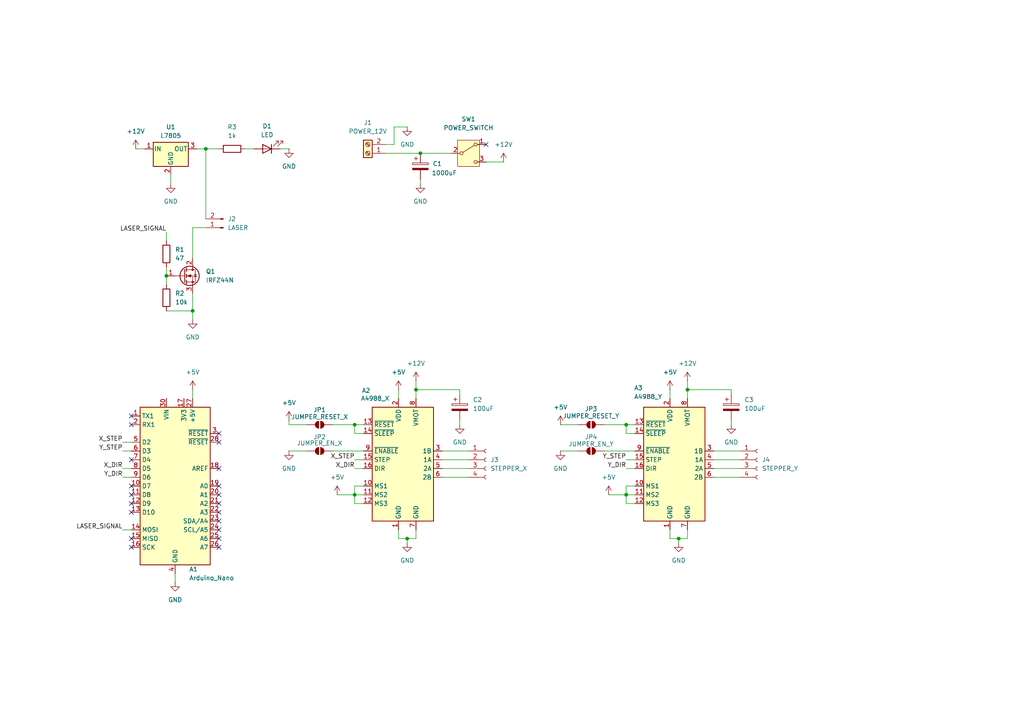
<source format=kicad_sch>
(kicad_sch (version 20250114) (generator "eeschema") (generator_version "9.0")
  (paper "A4")
  (lib_symbols
    (symbol "Connector:Conn_01x02_Pin" (pin_names (offset 1.016) (hide yes))
      (property "Reference" "J" (at 0 2.54 0))
      (property "Value" "Conn_01x02_Pin" (at 0 -5.08 0))
      (symbol "Conn_01x02_Pin_1_1"
        (rectangle (start 0.8636 0.127) (end 0 -0.127) (stroke (width 0.1524)) (fill (type outline)))
        (rectangle (start 0.8636 -2.413) (end 0 -2.667) (stroke (width 0.1524)) (fill (type outline)))
        (polyline (pts (xy 1.27 0) (xy 0.8636 0)) (stroke (width 0.1524)))
        (polyline (pts (xy 1.27 -2.54) (xy 0.8636 -2.54)) (stroke (width 0.1524)))
        (pin passive line (at 5.08 0 180) (length 3.81) (name "Pin_1") (number "1"))
        (pin passive line (at 5.08 -2.54 180) (length 3.81) (name "Pin_2") (number "2"))
      )
    )
    (symbol "Connector:Conn_01x04_Socket" (pin_names (offset 1.016) (hide yes))
      (property "Reference" "J" (at 0 5.08 0))
      (property "Value" "Conn_01x04_Socket" (at 0 -7.62 0))
      (symbol "Conn_01x04_Socket_1_1"
        (polyline (pts (xy -1.27 2.54) (xy -0.508 2.54)) (stroke (width 0.1524)))
        (polyline (pts (xy -1.27 0) (xy -0.508 0)) (stroke (width 0.1524)))
        (polyline (pts (xy -1.27 -2.54) (xy -0.508 -2.54)) (stroke (width 0.1524)))
        (polyline (pts (xy -1.27 -5.08) (xy -0.508 -5.08)) (stroke (width 0.1524)))
        (arc (start 0 2.032) (mid -0.5058 2.54) (end 0 3.048) (stroke (width 0.1524)))
        (arc (start 0 -0.508) (mid -0.5058 0) (end 0 0.508) (stroke (width 0.1524)))
        (arc (start 0 -3.048) (mid -0.5058 -2.54) (end 0 -2.032) (stroke (width 0.1524)))
        (arc (start 0 -5.588) (mid -0.5058 -5.08) (end 0 -4.572) (stroke (width 0.1524)))
        (pin passive line (at -5.08 2.54 0) (length 3.81) (name "Pin_1") (number "1"))
        (pin passive line (at -5.08 0 0) (length 3.81) (name "Pin_2") (number "2"))
        (pin passive line (at -5.08 -2.54 0) (length 3.81) (name "Pin_3") (number "3"))
        (pin passive line (at -5.08 -5.08 0) (length 3.81) (name "Pin_4") (number "4"))
      )
    )
    (symbol "Connector:Screw_Terminal_01x02" (pin_names (offset 1.016) (hide yes))
      (property "Reference" "J1" (at 2.54 0.0001 0))
      (property "Value" "POWER_12V" (at 2.54 -2.5399 0))
      (symbol "Screw_Terminal_01x02_1_1"
        (rectangle (start -1.27 1.27) (end 1.27 -3.81) (stroke (width 0.254)) (fill (type background)))
        (polyline (pts (xy -0.5334 0.3302) (xy 0.3302 -0.508)) (stroke (width 0.1524)))
        (polyline (pts (xy -0.5334 -2.2098) (xy 0.3302 -3.048)) (stroke (width 0.1524)))
        (polyline (pts (xy -0.3556 0.508) (xy 0.508 -0.3302)) (stroke (width 0.1524)))
        (polyline (pts (xy -0.3556 -2.032) (xy 0.508 -2.8702)) (stroke (width 0.1524)))
        (circle (center 0 0) (radius 0.635) (stroke (width 0.1524)))
        (circle (center 0 -2.54) (radius 0.635) (stroke (width 0.1524)))
        (pin passive line (at -5.08 0 0) (length 3.81) (name "V+") (number "1"))
        (pin passive line (at -5.08 -2.54 0) (length 3.81) (name "GND") (number "2"))
      )
    )
    (symbol "Device:C_Polarized" (pin_numbers (hide yes)) (pin_names (offset 0.254))
      (property "Reference" "C" (at 0.635 2.54 0))
      (property "Value" "C_Polarized" (at 0.635 -2.54 0))
      (symbol "C_Polarized_0_1"
        (rectangle (start -2.286 0.508) (end 2.286 1.016))
        (polyline (pts (xy -1.778 2.286) (xy -0.762 2.286)))
        (polyline (pts (xy -1.27 2.794) (xy -1.27 1.778)))
        (rectangle (start 2.286 -0.508) (end -2.286 -1.016) (fill (type outline)))
      )
      (symbol "C_Polarized_1_1"
        (pin passive line (at 0 3.81 270) (length 2.794) (name "~") (number "1"))
        (pin passive line (at 0 -3.81 90) (length 2.794) (name "~") (number "2"))
      )
    )
    (symbol "Device:LED" (pin_numbers (hide yes)) (pin_names (offset 1.016) (hide yes))
      (property "Reference" "D" (at 0 2.54 0))
      (property "Value" "LED" (at 0 -2.54 0))
      (symbol "LED_0_1"
        (polyline (pts (xy -3.048 -0.762) (xy -4.572 -2.286) (xy -3.81 -2.286) (xy -4.572 -2.286) (xy -4.572 -1.524)))
        (polyline (pts (xy -1.778 -0.762) (xy -3.302 -2.286) (xy -2.54 -2.286) (xy -3.302 -2.286) (xy -3.302 -1.524)))
        (polyline (pts (xy -1.27 0) (xy 1.27 0)))
        (polyline (pts (xy -1.27 -1.27) (xy -1.27 1.27)) (stroke (width 0.254)))
        (polyline (pts (xy 1.27 -1.27) (xy 1.27 1.27) (xy -1.27 0) (xy 1.27 -1.27)) (stroke (width 0.254)))
      )
      (symbol "LED_1_1"
        (pin passive line (at -3.81 0 0) (length 2.54) (name "K") (number "1"))
        (pin passive line (at 3.81 0 180) (length 2.54) (name "A") (number "2"))
      )
    )
    (symbol "Device:R" (pin_numbers (hide yes)) (pin_names (offset 0))
      (property "Reference" "R" (at 2.032 0 90))
      (property "Value" "R" (at 0 0 90))
      (symbol "R_0_1"
        (rectangle (start -1.016 -2.54) (end 1.016 2.54) (stroke (width 0.254)))
      )
      (symbol "R_1_1"
        (pin passive line (at 0 3.81 270) (length 1.27) (name "~") (number "1"))
        (pin passive line (at 0 -3.81 90) (length 1.27) (name "~") (number "2"))
      )
    )
    (symbol "Driver_Motor:Pololu_Breakout_A4988"
      (property "Reference" "A" (at -2.54 19.05 0))
      (property "Value" "Pololu_Breakout_A4988" (at -2.54 16.51 0))
      (symbol "Pololu_Breakout_A4988_0_1"
        (rectangle (start 10.16 -17.78) (end -7.62 15.24) (stroke (width 0.254)) (fill (type background)))
      )
      (symbol "Pololu_Breakout_A4988_1_1"
        (pin input line (at -10.16 10.16 0) (length 2.54) (name "~{RESET}") (number "13"))
        (pin input line (at -10.16 7.62 0) (length 2.54) (name "~{SLEEP}") (number "14"))
        (pin input line (at -10.16 2.54 0) (length 2.54) (name "~{ENABLE}") (number "9"))
        (pin input line (at -10.16 0 0) (length 2.54) (name "STEP") (number "15"))
        (pin input line (at -10.16 -2.54 0) (length 2.54) (name "DIR") (number "16"))
        (pin input line (at -10.16 -7.62 0) (length 2.54) (name "MS1") (number "10"))
        (pin input line (at -10.16 -10.16 0) (length 2.54) (name "MS2") (number "11"))
        (pin input line (at -10.16 -12.7 0) (length 2.54) (name "MS3") (number "12"))
        (pin power_in line (at 0 17.78 270) (length 2.54) (name "VDD") (number "2"))
        (pin power_in line (at 0 -20.32 90) (length 2.54) (name "GND") (number "1"))
        (pin power_in line (at 5.08 17.78 270) (length 2.54) (name "VMOT") (number "8"))
        (pin power_in line (at 5.08 -20.32 90) (length 2.54) (name "GND") (number "7"))
        (pin output line (at 12.7 2.54 180) (length 2.54) (name "1B") (number "3"))
        (pin output line (at 12.7 0 180) (length 2.54) (name "1A") (number "4"))
        (pin output line (at 12.7 -2.54 180) (length 2.54) (name "2A") (number "5"))
        (pin output line (at 12.7 -5.08 180) (length 2.54) (name "2B") (number "6"))
      )
    )
    (symbol "Jumper:SolderJumper_2_Open" (pin_numbers (hide yes)) (pin_names (offset 0) (hide yes)) (in_bom no)
      (property "Reference" "JP" (at 0 2.032 0))
      (property "Value" "SolderJumper_2_Open" (at 0 -2.54 0))
      (symbol "SolderJumper_2_Open_0_1"
        (polyline (pts (xy -0.254 1.016) (xy -0.254 -1.016)))
        (arc (start -0.254 -1.016) (mid -1.2656 0) (end -0.254 1.016))
        (arc (start -0.254 -1.016) (mid -1.2656 0) (end -0.254 1.016) (fill (type outline)))
        (arc (start 0.254 1.016) (mid 1.2656 0) (end 0.254 -1.016))
        (arc (start 0.254 1.016) (mid 1.2656 0) (end 0.254 -1.016) (fill (type outline)))
        (polyline (pts (xy 0.254 1.016) (xy 0.254 -1.016)))
      )
      (symbol "SolderJumper_2_Open_1_1"
        (pin passive line (at -3.81 0 0) (length 2.54) (name "A") (number "1"))
        (pin passive line (at 3.81 0 180) (length 2.54) (name "B") (number "2"))
      )
    )
    (symbol "MCU_Module:Arduino_Nano_Every"
      (property "Reference" "A" (at -10.16 23.495 0))
      (property "Value" "Arduino_Nano_Every" (at 5.08 -24.13 0))
      (symbol "Arduino_Nano_Every_0_1"
        (rectangle (start -10.16 22.86) (end 10.16 -22.86) (stroke (width 0.254)) (fill (type background)))
      )
      (symbol "Arduino_Nano_Every_1_1"
        (pin bidirectional line (at -12.7 20.32 0) (length 2.54) (name "TX1") (number "1"))
        (pin bidirectional line (at -12.7 17.78 0) (length 2.54) (name "RX1") (number "2"))
        (pin bidirectional line (at -12.7 12.7 0) (length 2.54) (name "D2") (number "5"))
        (pin bidirectional line (at -12.7 10.16 0) (length 2.54) (name "D3") (number "6"))
        (pin bidirectional line (at -12.7 7.62 0) (length 2.54) (name "D4") (number "7"))
        (pin bidirectional line (at -12.7 5.08 0) (length 2.54) (name "D5") (number "8"))
        (pin bidirectional line (at -12.7 2.54 0) (length 2.54) (name "D6") (number "9"))
        (pin bidirectional line (at -12.7 0 0) (length 2.54) (name "D7") (number "10"))
        (pin bidirectional line (at -12.7 -2.54 0) (length 2.54) (name "D8") (number "11"))
        (pin bidirectional line (at -12.7 -5.08 0) (length 2.54) (name "D9") (number "12"))
        (pin bidirectional line (at -12.7 -7.62 0) (length 2.54) (name "D10") (number "13"))
        (pin bidirectional line (at -12.7 -12.7 0) (length 2.54) (name "MOSI") (number "14"))
        (pin bidirectional line (at -12.7 -15.24 0) (length 2.54) (name "MISO") (number "15"))
        (pin bidirectional line (at -12.7 -17.78 0) (length 2.54) (name "SCK") (number "16"))
        (pin power_in line (at -2.54 25.4 270) (length 2.54) (name "VIN") (number "30"))
        (pin passive line (at 0 -25.4 90) (length 2.54) (hide yes) (name "GND") (number "29"))
        (pin power_in line (at 0 -25.4 90) (length 2.54) (name "GND") (number "4"))
        (pin power_out line (at 2.54 25.4 270) (length 2.54) (name "3V3") (number "17"))
        (pin power_out line (at 5.08 25.4 270) (length 2.54) (name "+5V") (number "27"))
        (pin input line (at 12.7 15.24 180) (length 2.54) (name "~{RESET}") (number "3"))
        (pin input line (at 12.7 12.7 180) (length 2.54) (name "~{RESET}") (number "28"))
        (pin input line (at 12.7 5.08 180) (length 2.54) (name "AREF") (number "18"))
        (pin bidirectional line (at 12.7 0 180) (length 2.54) (name "A0") (number "19"))
        (pin bidirectional line (at 12.7 -2.54 180) (length 2.54) (name "A1") (number "20"))
        (pin bidirectional line (at 12.7 -5.08 180) (length 2.54) (name "A2") (number "21"))
        (pin bidirectional line (at 12.7 -7.62 180) (length 2.54) (name "A3") (number "22"))
        (pin bidirectional line (at 12.7 -10.16 180) (length 2.54) (name "SDA/A4") (number "23"))
        (pin bidirectional line (at 12.7 -12.7 180) (length 2.54) (name "SCL/A5") (number "24"))
        (pin bidirectional line (at 12.7 -15.24 180) (length 2.54) (name "A6") (number "25"))
        (pin bidirectional line (at 12.7 -17.78 180) (length 2.54) (name "A7") (number "26"))
      )
    )
    (symbol "Regulator_Linear:L7805" (pin_names (offset 0.254))
      (property "Reference" "U" (at -3.81 3.175 0))
      (property "Value" "L7805" (at 0 3.175 0))
      (symbol "L7805_0_1"
        (rectangle (start -5.08 1.905) (end 5.08 -5.08) (stroke (width 0.254)) (fill (type background)))
      )
      (symbol "L7805_1_1"
        (pin power_in line (at -7.62 0 0) (length 2.54) (name "IN") (number "1"))
        (pin power_in line (at 0 -7.62 90) (length 2.54) (name "GND") (number "2"))
        (pin power_out line (at 7.62 0 180) (length 2.54) (name "OUT") (number "3"))
      )
    )
    (symbol "Switch:SW_SPDT" (pin_names (offset 0) (hide yes))
      (property "Reference" "SW1" (at 0 9.906 0))
      (property "Value" "POWER_SWITCH" (at 0 7.366 0))
      (symbol "SW_SPDT_0_1"
        (circle (center -2.032 0) (radius 0.4572))
        (polyline (pts (xy -1.651 0.254) (xy 1.651 2.286)))
        (circle (center 2.032 2.54) (radius 0.4572))
        (circle (center 2.032 -2.54) (radius 0.4572))
      )
      (symbol "SW_SPDT_1_1"
        (rectangle (start -3.175 3.81) (end 3.175 -3.81) (fill (type background)))
        (pin passive line (at -5.08 0 0) (length 2.54) (name "B") (number "2"))
        (pin passive line (at 5.08 2.54 180) (length 2.54) (name "A") (number "1"))
        (pin passive line (at 5.08 -2.54 180) (length 2.54) (name "C") (number "3"))
      )
    )
    (symbol "Transistor_FET:Q_NMOS_GDS" (pin_names (offset 0) (hide yes))
      (property "Reference" "Q" (at 5.08 1.905 0))
      (property "Value" "Q_NMOS_GDS" (at 5.08 0 0))
      (symbol "Q_NMOS_GDS_0_1"
        (polyline (pts (xy 0.254 1.905) (xy 0.254 -1.905)) (stroke (width 0.254)))
        (polyline (pts (xy 0.254 0) (xy -2.54 0)))
        (polyline (pts (xy 0.762 2.286) (xy 0.762 1.27)) (stroke (width 0.254)))
        (polyline (pts (xy 0.762 0.508) (xy 0.762 -0.508)) (stroke (width 0.254)))
        (polyline (pts (xy 0.762 -1.27) (xy 0.762 -2.286)) (stroke (width 0.254)))
        (polyline (pts (xy 0.762 -1.778) (xy 3.302 -1.778) (xy 3.302 1.778) (xy 0.762 1.778)))
        (polyline (pts (xy 1.016 0) (xy 2.032 0.381) (xy 2.032 -0.381) (xy 1.016 0)) (fill (type outline)))
        (circle (center 1.651 0) (radius 2.794) (stroke (width 0.254)))
        (polyline (pts (xy 2.54 2.54) (xy 2.54 1.778)))
        (circle (center 2.54 1.778) (radius 0.254) (fill (type outline)))
        (circle (center 2.54 -1.778) (radius 0.254) (fill (type outline)))
        (polyline (pts (xy 2.54 -2.54) (xy 2.54 0) (xy 0.762 0)))
        (polyline (pts (xy 2.921 0.381) (xy 3.683 0.381)))
        (polyline (pts (xy 3.302 0.381) (xy 2.921 -0.254) (xy 3.683 -0.254) (xy 3.302 0.381)))
      )
      (symbol "Q_NMOS_GDS_1_1"
        (pin input line (at -5.08 0 0) (length 2.54) (name "G") (number "1"))
        (pin passive line (at 2.54 5.08 270) (length 2.54) (name "D") (number "2"))
        (pin passive line (at 2.54 -5.08 90) (length 2.54) (name "S") (number "3"))
      )
    )
    (symbol "power:+12V" (power) (pin_numbers (hide yes)) (pin_names (offset 0) (hide yes))
      (property "Value" "+12V" (at 0 3.556 0))
      (symbol "+12V_0_1"
        (polyline (pts (xy -0.762 1.27) (xy 0 2.54)))
        (polyline (pts (xy 0 2.54) (xy 0.762 1.27)))
        (polyline (pts (xy 0 0) (xy 0 2.54)))
      )
      (symbol "+12V_1_1"
        (pin power_in line (at 0 0 90) (length 0) (name "~") (number "1"))
      )
    )
    (symbol "power:+5V" (power) (pin_numbers (hide yes)) (pin_names (offset 0) (hide yes))
      (property "Value" "+5V" (at 0 3.556 0))
      (symbol "+5V_0_1"
        (polyline (pts (xy -0.762 1.27) (xy 0 2.54)))
        (polyline (pts (xy 0 2.54) (xy 0.762 1.27)))
        (polyline (pts (xy 0 0) (xy 0 2.54)))
      )
      (symbol "+5V_1_1"
        (pin power_in line (at 0 0 90) (length 0) (name "~") (number "1"))
      )
    )
    (symbol "power:GND" (power) (pin_numbers (hide yes)) (pin_names (offset 0) (hide yes))
      (property "Value" "GND" (at 0 -3.81 0))
      (symbol "GND_0_1"
        (polyline (pts (xy 0 0) (xy 0 -1.27) (xy 1.27 -1.27) (xy 0 -2.54) (xy -1.27 -1.27) (xy 0 -1.27)))
      )
      (symbol "GND_1_1"
        (pin power_in line (at 0 0 270) (length 0) (name "~") (number "1"))
      )
    )
  )
  (junction (at 199.39 113.03))
  (junction (at 55.88 90.17))
  (junction (at 48.26 80.01))
  (junction (at 102.87 143.51))
  (junction (at 181.61 123.19))
  (junction (at 59.69 43.18))
  (junction (at 118.11 156.21))
  (junction (at 196.85 156.21))
  (junction (at 181.61 143.51))
  (junction (at 102.87 123.19))
  (junction (at 121.92 44.45))
  (junction (at 120.65 113.03))
  (no_connect (at 38.1 140.97))
  (no_connect (at 63.5 140.97))
  (no_connect (at 63.5 148.59))
  (no_connect (at 38.1 143.51))
  (no_connect (at 63.5 156.21))
  (no_connect (at 63.5 146.05))
  (no_connect (at 63.5 125.73))
  (no_connect (at 140.97 41.91))
  (no_connect (at 38.1 156.21))
  (no_connect (at 38.1 148.59))
  (no_connect (at 63.5 151.13))
  (no_connect (at 38.1 158.75))
  (no_connect (at 63.5 143.51))
  (no_connect (at 38.1 133.35))
  (no_connect (at 38.1 120.65))
  (no_connect (at 63.5 158.75))
  (no_connect (at 38.1 146.05))
  (no_connect (at 63.5 135.89))
  (no_connect (at 38.1 123.19))
  (no_connect (at 63.5 128.27))
  (no_connect (at 63.5 153.67))
  (wire (pts (xy 207.01 133.35) (xy 214.63 133.35)))
  (wire (pts (xy 83.82 123.19) (xy 83.82 121.92)))
  (wire (pts (xy 55.88 92.71) (xy 55.88 90.17)))
  (wire (pts (xy 81.28 43.18) (xy 83.82 43.18)))
  (wire (pts (xy 162.56 130.81) (xy 167.64 130.81)))
  (wire (pts (xy 194.31 113.03) (xy 194.31 115.57)))
  (wire (pts (xy 102.87 146.05) (xy 102.87 143.51)))
  (wire (pts (xy 118.11 156.21) (xy 115.57 156.21)))
  (wire (pts (xy 96.52 123.19) (xy 102.87 123.19)))
  (wire (pts (xy 181.61 133.35) (xy 184.15 133.35)))
  (wire (pts (xy 128.27 135.89) (xy 135.89 135.89)))
  (wire (pts (xy 115.57 113.03) (xy 115.57 115.57)))
  (wire (pts (xy 120.65 110.49) (xy 120.65 113.03)))
  (wire (pts (xy 105.41 140.97) (xy 102.87 140.97)))
  (wire (pts (xy 175.26 130.81) (xy 184.15 130.81)))
  (wire (pts (xy 133.35 121.92) (xy 133.35 123.19)))
  (wire (pts (xy 115.57 156.21) (xy 115.57 153.67)))
  (wire (pts (xy 55.88 90.17) (xy 55.88 85.09)))
  (wire (pts (xy 96.52 130.81) (xy 105.41 130.81)))
  (wire (pts (xy 181.61 140.97) (xy 181.61 143.51)))
  (wire (pts (xy 181.61 143.51) (xy 184.15 143.51)))
  (wire (pts (xy 176.53 143.51) (xy 181.61 143.51)))
  (wire (pts (xy 120.65 113.03) (xy 120.65 115.57)))
  (wire (pts (xy 49.53 50.8) (xy 49.53 53.34)))
  (wire (pts (xy 199.39 113.03) (xy 199.39 115.57)))
  (wire (pts (xy 140.97 46.99) (xy 146.05 46.99)))
  (wire (pts (xy 35.56 130.81) (xy 38.1 130.81)))
  (wire (pts (xy 55.88 113.03) (xy 55.88 115.57)))
  (wire (pts (xy 207.01 138.43) (xy 214.63 138.43)))
  (wire (pts (xy 39.37 43.18) (xy 41.91 43.18)))
  (wire (pts (xy 48.26 90.17) (xy 55.88 90.17)))
  (wire (pts (xy 184.15 146.05) (xy 181.61 146.05)))
  (wire (pts (xy 48.26 80.01) (xy 48.26 82.55)))
  (wire (pts (xy 111.76 44.45) (xy 121.92 44.45)))
  (wire (pts (xy 199.39 156.21) (xy 196.85 156.21)))
  (wire (pts (xy 48.26 67.31) (xy 48.26 69.85)))
  (wire (pts (xy 128.27 133.35) (xy 135.89 133.35)))
  (wire (pts (xy 121.92 52.07) (xy 121.92 53.34)))
  (wire (pts (xy 105.41 146.05) (xy 102.87 146.05)))
  (wire (pts (xy 212.09 121.92) (xy 212.09 123.19)))
  (wire (pts (xy 105.41 125.73) (xy 102.87 125.73)))
  (wire (pts (xy 184.15 140.97) (xy 181.61 140.97)))
  (wire (pts (xy 118.11 157.48) (xy 118.11 156.21)))
  (wire (pts (xy 35.56 153.67) (xy 38.1 153.67)))
  (wire (pts (xy 128.27 130.81) (xy 135.89 130.81)))
  (wire (pts (xy 102.87 133.35) (xy 105.41 133.35)))
  (wire (pts (xy 102.87 143.51) (xy 105.41 143.51)))
  (wire (pts (xy 196.85 157.48) (xy 196.85 156.21)))
  (wire (pts (xy 199.39 113.03) (xy 212.09 113.03)))
  (wire (pts (xy 212.09 113.03) (xy 212.09 114.3)))
  (wire (pts (xy 120.65 156.21) (xy 118.11 156.21)))
  (wire (pts (xy 102.87 125.73) (xy 102.87 123.19)))
  (wire (pts (xy 102.87 123.19) (xy 105.41 123.19)))
  (wire (pts (xy 35.56 128.27) (xy 38.1 128.27)))
  (wire (pts (xy 199.39 110.49) (xy 199.39 113.03)))
  (wire (pts (xy 97.79 143.51) (xy 102.87 143.51)))
  (wire (pts (xy 207.01 130.81) (xy 214.63 130.81)))
  (wire (pts (xy 88.9 123.19) (xy 83.82 123.19)))
  (wire (pts (xy 83.82 130.81) (xy 88.9 130.81)))
  (wire (pts (xy 118.11 36.83) (xy 114.3 36.83)))
  (wire (pts (xy 181.61 125.73) (xy 181.61 123.19)))
  (wire (pts (xy 50.8 166.37) (xy 50.8 168.91)))
  (wire (pts (xy 59.69 66.04) (xy 55.88 66.04)))
  (wire (pts (xy 120.65 153.67) (xy 120.65 156.21)))
  (wire (pts (xy 199.39 153.67) (xy 199.39 156.21)))
  (wire (pts (xy 59.69 43.18) (xy 59.69 63.5)))
  (wire (pts (xy 133.35 113.03) (xy 120.65 113.03)))
  (wire (pts (xy 55.88 66.04) (xy 55.88 74.93)))
  (wire (pts (xy 71.12 43.18) (xy 73.66 43.18)))
  (wire (pts (xy 121.92 44.45) (xy 130.81 44.45)))
  (wire (pts (xy 35.56 138.43) (xy 38.1 138.43)))
  (wire (pts (xy 194.31 156.21) (xy 194.31 153.67)))
  (wire (pts (xy 48.26 77.47) (xy 48.26 80.01)))
  (wire (pts (xy 184.15 125.73) (xy 181.61 125.73)))
  (wire (pts (xy 181.61 146.05) (xy 181.61 143.51)))
  (wire (pts (xy 133.35 113.03) (xy 133.35 114.3)))
  (wire (pts (xy 59.69 43.18) (xy 63.5 43.18)))
  (wire (pts (xy 167.64 123.19) (xy 162.56 123.19)))
  (wire (pts (xy 128.27 138.43) (xy 135.89 138.43)))
  (wire (pts (xy 102.87 140.97) (xy 102.87 143.51)))
  (wire (pts (xy 181.61 135.89) (xy 184.15 135.89)))
  (wire (pts (xy 102.87 135.89) (xy 105.41 135.89)))
  (wire (pts (xy 207.01 135.89) (xy 214.63 135.89)))
  (wire (pts (xy 114.3 41.91) (xy 111.76 41.91)))
  (wire (pts (xy 196.85 156.21) (xy 194.31 156.21)))
  (wire (pts (xy 35.56 135.89) (xy 38.1 135.89)))
  (wire (pts (xy 59.69 43.18) (xy 57.15 43.18)))
  (wire (pts (xy 114.3 36.83) (xy 114.3 41.91)))
  (wire (pts (xy 175.26 123.19) (xy 181.61 123.19)))
  (wire (pts (xy 181.61 123.19) (xy 184.15 123.19)))
  (label "X_DIR" (at 102.87 135.89 180))
  (label "Y_DIR" (at 181.61 135.89 180))
  (label "X_STEP" (at 35.56 128.27 180))
  (label "Y_STEP" (at 35.56 130.81 180))
  (label "X_STEP" (at 102.87 133.35 180))
  (label "LASER_SIGNAL" (at 48.26 67.31 180))
  (label "Y_STEP" (at 181.61 133.35 180))
  (label "LASER_SIGNAL" (at 35.56 153.67 180))
  (label "Y_DIR" (at 35.56 138.43 180))
  (label "X_DIR" (at 35.56 135.89 180))
  (symbol (lib_id "power:+5V") (at 194.31 113.03 0) (unit 1)
    (property "Reference" "#PWR013" (effects (hide yes)))
    (property "Value" "+5V" (at 194.31 107.95 0))
    (property "Description" "Power symbol creates a global label with name \"+5V\"" (effects (hide yes)))
  )
  (symbol (lib_id "MCU_Module:Arduino_Nano_Every") (at 50.8 140.97 0) (unit 1)
    (property "Reference" "A1" (at 54.864 165.1 0) (effects (justify left)))
    (property "Value" "Arduino_Nano" (at 54.864 167.64 0) (effects (justify left)))
    (property "Footprint" "Module:Arduino_Nano" (effects (hide yes)))
    (property "Datasheet" "https://content.arduino.cc/assets/NANOEveryV3.0_sch.pdf" (effects (hide yes)))
    (property "Description" "Arduino Nano Every" (effects (hide yes)))
  )
  (symbol (lib_id "power:+5V") (at 115.57 113.03 0) (unit 1)
    (property "Reference" "#PWR09" (effects (hide yes)))
    (property "Value" "+5V" (at 115.57 107.95 0))
    (property "Description" "Power symbol creates a global label with name \"+5V\"" (effects (hide yes)))
  )
  (symbol (lib_id "power:GND") (at 162.56 130.81 0) (unit 1)
    (property "Reference" "#PWR019" (effects (hide yes)))
    (property "Value" "GND" (at 162.56 135.89 0))
    (property "Description" "Power symbol creates a global label with name \"GND\" , ground" (effects (hide yes)))
  )
  (symbol (lib_id "Device:R") (at 48.26 86.36 180) (unit 1)
    (property "Reference" "R2" (at 50.8 85.0899 0) (effects (justify right)))
    (property "Value" "10k" (at 50.8 87.6299 0) (effects (justify right)))
    (property "Footprint" "Resistor_THT:R_Axial_DIN0207_L6.3mm_D2.5mm_P10.16mm_Horizontal" (effects (hide yes)))
    (property "Description" "Resistor" (effects (hide yes)))
  )
  (symbol (lib_id "Device:C_Polarized") (at 121.92 48.26 0) (unit 1)
    (property "Reference" "C1" (at 125.476 47.498 0) (effects (justify left)))
    (property "Value" "1000uF" (at 125.222 50.1651 0) (effects (justify left)))
    (property "Footprint" "Capacitor_THT:CP_Radial_D13.0mm_P5.00mm" (effects (hide yes)))
    (property "Description" "Polarized capacitor" (effects (hide yes)))
  )
  (symbol (lib_id "power:GND") (at 55.88 92.71 0) (unit 1)
    (property "Reference" "#PWR03" (effects (hide yes)))
    (property "Value" "GND" (at 55.88 97.79 0))
    (property "Description" "Power symbol creates a global label with name \"GND\" , ground" (effects (hide yes)))
  )
  (symbol (lib_id "Jumper:SolderJumper_2_Open") (at 171.45 123.19 0) (unit 1) (in_bom no)
    (property "Reference" "JP3" (at 171.45 118.618 0))
    (property "Value" "JUMPER_RESET_Y" (at 171.45 120.65 0))
    (property "Footprint" "Jumper:SolderJumper-2_P1.3mm_Open_Pad1.0x1.5mm" (effects (hide yes)))
    (property "Description" "Solder Jumper, 2-pole, open" (effects (hide yes)))
  )
  (symbol (lib_id "Connector:Conn_01x04_Socket") (at 140.97 133.35 0) (unit 1)
    (property "Reference" "J3" (at 142.24 133.3499 0) (effects (justify left)))
    (property "Value" "STEPPER_X" (at 142.24 135.8899 0) (effects (justify left)))
    (property "Footprint" "Connector_PinSocket_2.54mm:PinSocket_1x04_P2.54mm_Vertical" (effects (hide yes)))
    (property "Description" "Generic connector, single row, 01x04, script generated" (effects (hide yes)))
  )
  (symbol (lib_id "Driver_Motor:Pololu_Breakout_A4988") (at 115.57 133.35 0) (unit 1)
    (property "Reference" "A2" (at 104.902 113.284 0) (effects (justify left)))
    (property "Value" "A4988_X" (at 104.648 115.57 0) (effects (justify left)))
    (property "Footprint" "Module:Pololu_Breakout-16_15.2x20.3mm" (effects (hide yes)))
    (property "Datasheet" "https://www.pololu.com/product/2980/pictures" (effects (hide yes)))
    (property "Description" "Pololu Breakout Board, Stepper Driver A4988" (effects (hide yes)))
  )
  (symbol (lib_id "power:+5V") (at 55.88 113.03 0) (unit 1)
    (property "Reference" "#PWR01" (effects (hide yes)))
    (property "Value" "+5V" (at 55.88 107.95 0))
    (property "Description" "Power symbol creates a global label with name \"+5V\"" (effects (hide yes)))
  )
  (symbol (lib_id "power:GND") (at 49.53 53.34 0) (unit 1)
    (property "Reference" "#PWR05" (effects (hide yes)))
    (property "Value" "GND" (at 49.53 58.42 0))
    (property "Description" "Power symbol creates a global label with name \"GND\" , ground" (effects (hide yes)))
  )
  (symbol (lib_id "Device:R") (at 48.26 73.66 0) (unit 1)
    (property "Reference" "R1" (at 50.8 72.3899 0) (effects (justify left)))
    (property "Value" "47" (at 50.8 74.9299 0) (effects (justify left)))
    (property "Footprint" "Resistor_THT:R_Axial_DIN0207_L6.3mm_D2.5mm_P10.16mm_Horizontal" (effects (hide yes)))
    (property "Description" "Resistor" (effects (hide yes)))
  )
  (symbol (lib_id "power:+5V") (at 176.53 143.51 0) (unit 1)
    (property "Reference" "#PWR017" (effects (hide yes)))
    (property "Value" "+5V" (at 176.53 138.43 0))
    (property "Description" "Power symbol creates a global label with name \"+5V\"" (effects (hide yes)))
  )
  (symbol (lib_id "Device:R") (at 67.31 43.18 90) (unit 1)
    (property "Reference" "R3" (at 67.31 36.83 90))
    (property "Value" "1k" (at 67.31 39.37 90))
    (property "Footprint" "Resistor_THT:R_Axial_DIN0207_L6.3mm_D2.5mm_P10.16mm_Horizontal" (effects (hide yes)))
    (property "Description" "Resistor" (effects (hide yes)))
  )
  (symbol (lib_id "power:+12V") (at 146.05 46.99 0) (unit 1)
    (property "Reference" "#PWR06" (effects (hide yes)))
    (property "Value" "+12V" (at 146.05 41.91 0))
    (property "Description" "Power symbol creates a global label with name \"+12V\"" (effects (hide yes)))
  )
  (symbol (lib_id "power:GND") (at 83.82 43.18 0) (unit 1)
    (property "Reference" "#PWR08" (effects (hide yes)))
    (property "Value" "GND" (at 83.82 48.26 0))
    (property "Description" "Power symbol creates a global label with name \"GND\" , ground" (effects (hide yes)))
  )
  (symbol (lib_id "power:+12V") (at 199.39 110.49 0) (unit 1)
    (property "Reference" "#PWR012" (effects (hide yes)))
    (property "Value" "+12V" (at 199.39 105.41 0))
    (property "Description" "Power symbol creates a global label with name \"+12V\"" (effects (hide yes)))
  )
  (symbol (lib_id "Jumper:SolderJumper_2_Open") (at 92.71 130.81 0) (unit 1) (in_bom no)
    (property "Reference" "JP2" (at 92.71 126.746 0))
    (property "Value" "JUMPER_EN_X" (at 92.71 128.524 0))
    (property "Footprint" "Jumper:SolderJumper-2_P1.3mm_Open_Pad1.0x1.5mm" (effects (hide yes)))
    (property "Description" "Solder Jumper, 2-pole, open" (effects (hide yes)))
  )
  (symbol (lib_id "power:GND") (at 83.82 130.81 0) (unit 1)
    (property "Reference" "#PWR018" (effects (hide yes)))
    (property "Value" "GND" (at 83.82 135.89 0))
    (property "Description" "Power symbol creates a global label with name \"GND\" , ground" (effects (hide yes)))
  )
  (symbol (lib_id "Jumper:SolderJumper_2_Open") (at 92.71 123.19 0) (unit 1) (in_bom no)
    (property "Reference" "JP1" (at 92.71 118.872 0))
    (property "Value" "JUMPER_RESET_X" (at 92.71 120.904 0))
    (property "Footprint" "Jumper:SolderJumper-2_P1.3mm_Open_Pad1.0x1.5mm" (effects (hide yes)))
    (property "Description" "Solder Jumper, 2-pole, open" (effects (hide yes)))
  )
  (symbol (lib_id "power:+12V") (at 120.65 110.49 0) (unit 1)
    (property "Reference" "#PWR010" (effects (hide yes)))
    (property "Value" "+12V" (at 120.65 105.41 0))
    (property "Description" "Power symbol creates a global label with name \"+12V\"" (effects (hide yes)))
  )
  (symbol (lib_id "power:+5V") (at 162.56 123.19 0) (unit 1)
    (property "Reference" "#PWR021" (effects (hide yes)))
    (property "Value" "+5V" (at 162.56 118.11 0))
    (property "Description" "Power symbol creates a global label with name \"+5V\"" (effects (hide yes)))
  )
  (symbol (lib_id "power:GND") (at 50.8 168.91 0) (unit 1)
    (property "Reference" "#PWR02" (effects (hide yes)))
    (property "Value" "GND" (at 50.8 173.99 0))
    (property "Description" "Power symbol creates a global label with name \"GND\" , ground" (effects (hide yes)))
  )
  (symbol (lib_id "Regulator_Linear:L7805") (at 49.53 43.18 0) (unit 1)
    (property "Reference" "U1" (at 49.53 36.83 0))
    (property "Value" "L7805" (at 49.53 39.37 0))
    (property "Footprint" "Package_TO_SOT_THT:TO-220F-3_Vertical" (effects (hide yes)))
    (property "Datasheet" "http://www.st.com/content/ccc/resource/technical/document/datasheet/41/4f/b3/b0/12/d4/47/88/CD00000444.pdf/files/CD00000444.pdf/jcr:content/translations/en.CD00000444.pdf" (effects (hide yes)))
    (property "Description" "Positive 1.5A 35V Linear Regulator, Fixed Output 5V, TO-220/TO-263/TO-252" (effects (hide yes)))
  )
  (symbol (lib_id "power:GND") (at 118.11 36.83 0) (unit 1)
    (property "Reference" "#PWR07" (effects (hide yes)))
    (property "Value" "GND" (at 118.11 41.91 0))
    (property "Description" "Power symbol creates a global label with name \"GND\" , ground" (effects (hide yes)))
  )
  (symbol (lib_id "Driver_Motor:Pololu_Breakout_A4988") (at 194.31 133.35 0) (unit 1)
    (property "Reference" "A3" (at 183.896 112.522 0) (effects (justify left)))
    (property "Value" "A4988_Y" (at 183.896 115.062 0) (effects (justify left)))
    (property "Footprint" "Module:Pololu_Breakout-16_15.2x20.3mm" (effects (hide yes)))
    (property "Datasheet" "https://www.pololu.com/product/2980/pictures" (effects (hide yes)))
    (property "Description" "Pololu Breakout Board, Stepper Driver A4988" (effects (hide yes)))
  )
  (symbol (lib_id "power:+5V") (at 83.82 121.92 0) (unit 1)
    (property "Reference" "#PWR020" (effects (hide yes)))
    (property "Value" "+5V" (at 83.82 116.84 0))
    (property "Description" "Power symbol creates a global label with name \"+5V\"" (effects (hide yes)))
  )
  (symbol (lib_id "power:GND") (at 196.85 157.48 0) (unit 1)
    (property "Reference" "#PWR014" (effects (hide yes)))
    (property "Value" "GND" (at 196.85 162.56 0))
    (property "Description" "Power symbol creates a global label with name \"GND\" , ground" (effects (hide yes)))
  )
  (symbol (lib_id "Switch:SW_SPDT") (at 135.89 44.45 0) (unit 1)
    (property "Reference" "SW1" (at 135.89 34.544 0))
    (property "Value" "POWER_SWITCH" (at 135.89 37.084 0))
    (property "Footprint" "switch:SW_Slide-03_SS22T35_8.4x3.8x6.8_P2.54mm" (effects (hide yes)))
    (property "Description" "Switch, single pole double throw" (effects (hide yes)))
  )
  (symbol (lib_id "Connector:Conn_01x04_Socket") (at 219.71 133.35 0) (unit 1)
    (property "Reference" "J4" (at 220.98 133.3499 0) (effects (justify left)))
    (property "Value" "STEPPER_Y" (at 220.98 135.8899 0) (effects (justify left)))
    (property "Footprint" "Connector_PinSocket_2.54mm:PinSocket_1x04_P2.54mm_Vertical" (effects (hide yes)))
    (property "Description" "Generic connector, single row, 01x04, script generated" (effects (hide yes)))
  )
  (symbol (lib_id "power:GND") (at 118.11 157.48 0) (unit 1)
    (property "Reference" "#PWR011" (effects (hide yes)))
    (property "Value" "GND" (at 118.11 162.56 0))
    (property "Description" "Power symbol creates a global label with name \"GND\" , ground" (effects (hide yes)))
  )
  (symbol (lib_id "Device:LED") (at 77.47 43.18 180) (unit 1)
    (property "Reference" "D1" (at 77.47 36.576 0))
    (property "Value" "LED" (at 77.47 39.116 0))
    (property "Footprint" "LED_THT:LED_D3.0mm" (effects (hide yes)))
    (property "Description" "Light emitting diode" (effects (hide yes)))
    (property "Sim.Pins" "1=K 2=A" (effects (hide yes)))
  )
  (symbol (lib_id "Jumper:SolderJumper_2_Open") (at 171.45 130.81 0) (unit 1) (in_bom no)
    (property "Reference" "JP4" (at 171.45 126.746 0))
    (property "Value" "JUMPER_EN_Y" (at 171.45 128.778 0))
    (property "Footprint" "Jumper:SolderJumper-2_P1.3mm_Open_Pad1.0x1.5mm" (effects (hide yes)))
    (property "Description" "Solder Jumper, 2-pole, open" (effects (hide yes)))
  )
  (symbol (lib_id "power:GND") (at 212.09 123.19 0) (unit 1)
    (property "Reference" "#PWR023" (effects (hide yes)))
    (property "Value" "GND" (at 212.09 128.27 0))
    (property "Description" "Power symbol creates a global label with name \"GND\" , ground" (effects (hide yes)))
  )
  (symbol (lib_id "power:+5V") (at 97.79 143.51 0) (unit 1)
    (property "Reference" "#PWR016" (effects (hide yes)))
    (property "Value" "+5V" (at 97.79 138.43 0))
    (property "Description" "Power symbol creates a global label with name \"+5V\"" (effects (hide yes)))
  )
  (symbol (lib_id "Connector:Conn_01x02_Pin") (at 64.77 66.04 180) (unit 1)
    (property "Reference" "J2" (at 66.04 63.4999 0) (effects (justify right)))
    (property "Value" "LASER" (at 66.04 66.0399 0) (effects (justify right)))
    (property "Footprint" "Connector_PinSocket_2.54mm:PinSocket_1x02_P2.54mm_Vertical" (effects (hide yes)))
    (property "Description" "Generic connector, single row, 01x02, script generated" (effects (hide yes)))
  )
  (symbol (lib_id "power:GND") (at 121.92 53.34 0) (unit 1)
    (property "Reference" "#PWR015" (effects (hide yes)))
    (property "Value" "GND" (at 121.92 58.42 0))
    (property "Description" "Power symbol creates a global label with name \"GND\" , ground" (effects (hide yes)))
  )
  (symbol (lib_id "Connector:Screw_Terminal_01x02") (at 106.68 44.45 180) (unit 1)
    (property "Reference" "J1" (at 106.68 35.56 0))
    (property "Value" "POWER_12V" (at 106.68 38.1 0))
    (property "Footprint" "TerminalBlock_RND:TerminalBlock_RND_205-00045_1x02_P5.00mm_Horizontal" (effects (hide yes)))
    (property "Description" "Generic screw terminal, single row, 01x02, script generated (kicad-library-utils/schlib/autogen/connector/)" (effects (hide yes)))
  )
  (symbol (lib_id "Device:C_Polarized") (at 133.35 118.11 0) (unit 1)
    (property "Reference" "C2" (at 137.16 115.9509 0) (effects (justify left)))
    (property "Value" "100uF" (at 137.16 118.4909 0) (effects (justify left)))
    (property "Footprint" "Capacitor_THT:CP_Radial_D8.0mm_P3.50mm" (effects (hide yes)))
    (property "Description" "Polarized capacitor" (effects (hide yes)))
  )
  (symbol (lib_id "Transistor_FET:Q_NMOS_GDS") (at 53.34 80.01 0) (unit 1)
    (property "Reference" "Q1" (at 59.69 78.7399 0) (effects (justify left)))
    (property "Value" "IRFZ44N" (at 59.69 81.2799 0) (effects (justify left)))
    (property "Footprint" "Package_TO_SOT_THT:TO-220-3_Vertical" (effects (hide yes)))
    (property "Description" "N-MOSFET transistor, gate/drain/source" (effects (hide yes)))
  )
  (symbol (lib_id "Device:C_Polarized") (at 212.09 118.11 0) (unit 1)
    (property "Reference" "C3" (at 215.9 115.9509 0) (effects (justify left)))
    (property "Value" "100uF" (at 215.9 118.4909 0) (effects (justify left)))
    (property "Footprint" "Capacitor_THT:CP_Radial_D8.0mm_P3.50mm" (effects (hide yes)))
    (property "Description" "Polarized capacitor" (effects (hide yes)))
  )
  (symbol (lib_id "power:+12V") (at 39.37 43.18 0) (unit 1)
    (property "Reference" "#PWR04" (effects (hide yes)))
    (property "Value" "+12V" (at 39.37 38.1 0))
    (property "Description" "Power symbol creates a global label with name \"+12V\"" (effects (hide yes)))
  )
  (symbol (lib_id "power:GND") (at 133.35 123.19 0) (unit 1)
    (property "Reference" "#PWR022" (effects (hide yes)))
    (property "Value" "GND" (at 133.35 128.27 0))
    (property "Description" "Power symbol creates a global label with name \"GND\" , ground" (effects (hide yes)))
  )
)
</source>
